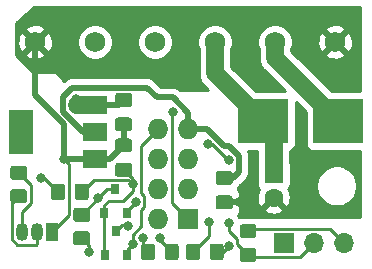
<source format=gtl>
%TF.GenerationSoftware,KiCad,Pcbnew,(5.1.5)-3*%
%TF.CreationDate,2021-10-08T15:08:23+02:00*%
%TF.ProjectId,esp01-ws2812b-breakout,65737030-312d-4777-9332-383132622d62,rev?*%
%TF.SameCoordinates,Original*%
%TF.FileFunction,Copper,L1,Top*%
%TF.FilePolarity,Positive*%
%FSLAX46Y46*%
G04 Gerber Fmt 4.6, Leading zero omitted, Abs format (unit mm)*
G04 Created by KiCad (PCBNEW (5.1.5)-3) date 2021-10-08 15:08:23*
%MOMM*%
%LPD*%
G04 APERTURE LIST*
%TA.AperFunction,ComponentPad*%
%ADD10R,1.727200X1.727200*%
%TD*%
%TA.AperFunction,ComponentPad*%
%ADD11O,1.727200X1.727200*%
%TD*%
%TA.AperFunction,ComponentPad*%
%ADD12C,1.727200*%
%TD*%
%TA.AperFunction,ComponentPad*%
%ADD13R,1.700000X1.700000*%
%TD*%
%TA.AperFunction,ComponentPad*%
%ADD14O,1.700000X1.700000*%
%TD*%
%TA.AperFunction,SMDPad,CuDef*%
%ADD15R,2.000000X3.800000*%
%TD*%
%TA.AperFunction,SMDPad,CuDef*%
%ADD16R,2.000000X1.500000*%
%TD*%
%TA.AperFunction,ComponentPad*%
%ADD17O,1.050000X1.500000*%
%TD*%
%TA.AperFunction,ComponentPad*%
%ADD18R,1.050000X1.500000*%
%TD*%
%TA.AperFunction,SMDPad,CuDef*%
%ADD19R,0.800000X0.900000*%
%TD*%
%TA.AperFunction,ComponentPad*%
%ADD20R,1.600000X1.600000*%
%TD*%
%TA.AperFunction,ComponentPad*%
%ADD21C,1.600000*%
%TD*%
%TA.AperFunction,SMDPad,CuDef*%
%ADD22C,0.100000*%
%TD*%
%TA.AperFunction,SMDPad,CuDef*%
%ADD23R,4.240000X3.810000*%
%TD*%
%TA.AperFunction,ViaPad*%
%ADD24C,0.800000*%
%TD*%
%TA.AperFunction,Conductor*%
%ADD25C,1.500000*%
%TD*%
%TA.AperFunction,Conductor*%
%ADD26C,0.500000*%
%TD*%
%TA.AperFunction,Conductor*%
%ADD27C,0.250000*%
%TD*%
%TA.AperFunction,Conductor*%
%ADD28C,0.254000*%
%TD*%
G04 APERTURE END LIST*
D10*
%TO.P,U2,1*%
%TO.N,LED1_3V3*%
X167386000Y-98298000D03*
D11*
%TO.P,U2,2*%
%TO.N,GND*%
X164846000Y-98298000D03*
%TO.P,U2,3*%
%TO.N,+3V3*%
X167386000Y-95758000D03*
%TO.P,U2,4*%
%TO.N,DALLAS*%
X164846000Y-95758000D03*
%TO.P,U2,5*%
%TO.N,Net-(U2-Pad5)*%
X167386000Y-93218000D03*
%TO.P,U2,6*%
%TO.N,GPIO0*%
X164846000Y-93218000D03*
%TO.P,U2,7*%
%TO.N,+3V3*%
X167386000Y-90678000D03*
%TO.P,U2,8*%
%TO.N,LED2_3V3*%
X164846000Y-90678000D03*
%TD*%
D12*
%TO.P,J1,2*%
%TO.N,Net-(F1-Pad2)*%
X174752000Y-83312000D03*
%TO.P,J1,1*%
%TO.N,GND*%
X179832000Y-83312000D03*
%TD*%
%TO.P,J2,4*%
%TO.N,GND*%
X154432000Y-83312000D03*
%TO.P,J2,3*%
%TO.N,LED2_5V*%
X159512000Y-83312000D03*
%TO.P,J2,2*%
%TO.N,LED1_5V*%
X164592000Y-83312000D03*
%TO.P,J2,1*%
%TO.N,+5V*%
X169672000Y-83312000D03*
%TD*%
D13*
%TO.P,J3,1*%
%TO.N,GND*%
X175514000Y-100330000D03*
D14*
%TO.P,J3,2*%
%TO.N,GPIO0*%
X178054000Y-100330000D03*
%TO.P,J3,3*%
%TO.N,+3V3*%
X180594000Y-100330000D03*
%TD*%
D15*
%TO.P,U1,4*%
%TO.N,N/C*%
X153212000Y-90932000D03*
D16*
%TO.P,U1,2*%
%TO.N,+3V3*%
X159512000Y-90932000D03*
%TO.P,U1,3*%
%TO.N,+5V*%
X159512000Y-88632000D03*
%TO.P,U1,1*%
%TO.N,GND*%
X159512000Y-93232000D03*
%TD*%
D17*
%TO.P,U3,2*%
%TO.N,DALLAS*%
X154559000Y-99441000D03*
%TO.P,U3,3*%
%TO.N,+5V*%
X153289000Y-99441000D03*
D18*
%TO.P,U3,1*%
%TO.N,GND*%
X155829000Y-99441000D03*
%TD*%
D19*
%TO.P,Q1,1*%
%TO.N,+3V3*%
X160279000Y-97790000D03*
%TO.P,Q1,3*%
%TO.N,LED1_3V3*%
X162179000Y-97790000D03*
%TO.P,Q1,2*%
%TO.N,LED1_5V*%
X161229000Y-95790000D03*
%TD*%
%TO.P,Q2,2*%
%TO.N,LED2_5V*%
X161290000Y-99314000D03*
%TO.P,Q2,3*%
%TO.N,LED2_3V3*%
X162240000Y-101314000D03*
%TO.P,Q2,1*%
%TO.N,+3V3*%
X160340000Y-101314000D03*
%TD*%
D20*
%TO.P,C1,1*%
%TO.N,+5V*%
X174625000Y-94488000D03*
D21*
%TO.P,C1,2*%
%TO.N,GND*%
X174625000Y-96488000D03*
%TD*%
%TA.AperFunction,SMDPad,CuDef*%
D22*
%TO.P,C2,1*%
%TO.N,+5V*%
G36*
X162424504Y-87635704D02*
G01*
X162448773Y-87639304D01*
X162472571Y-87645265D01*
X162495671Y-87653530D01*
X162517849Y-87664020D01*
X162538893Y-87676633D01*
X162558598Y-87691247D01*
X162576777Y-87707723D01*
X162593253Y-87725902D01*
X162607867Y-87745607D01*
X162620480Y-87766651D01*
X162630970Y-87788829D01*
X162639235Y-87811929D01*
X162645196Y-87835727D01*
X162648796Y-87859996D01*
X162650000Y-87884500D01*
X162650000Y-88559500D01*
X162648796Y-88584004D01*
X162645196Y-88608273D01*
X162639235Y-88632071D01*
X162630970Y-88655171D01*
X162620480Y-88677349D01*
X162607867Y-88698393D01*
X162593253Y-88718098D01*
X162576777Y-88736277D01*
X162558598Y-88752753D01*
X162538893Y-88767367D01*
X162517849Y-88779980D01*
X162495671Y-88790470D01*
X162472571Y-88798735D01*
X162448773Y-88804696D01*
X162424504Y-88808296D01*
X162400000Y-88809500D01*
X161450000Y-88809500D01*
X161425496Y-88808296D01*
X161401227Y-88804696D01*
X161377429Y-88798735D01*
X161354329Y-88790470D01*
X161332151Y-88779980D01*
X161311107Y-88767367D01*
X161291402Y-88752753D01*
X161273223Y-88736277D01*
X161256747Y-88718098D01*
X161242133Y-88698393D01*
X161229520Y-88677349D01*
X161219030Y-88655171D01*
X161210765Y-88632071D01*
X161204804Y-88608273D01*
X161201204Y-88584004D01*
X161200000Y-88559500D01*
X161200000Y-87884500D01*
X161201204Y-87859996D01*
X161204804Y-87835727D01*
X161210765Y-87811929D01*
X161219030Y-87788829D01*
X161229520Y-87766651D01*
X161242133Y-87745607D01*
X161256747Y-87725902D01*
X161273223Y-87707723D01*
X161291402Y-87691247D01*
X161311107Y-87676633D01*
X161332151Y-87664020D01*
X161354329Y-87653530D01*
X161377429Y-87645265D01*
X161401227Y-87639304D01*
X161425496Y-87635704D01*
X161450000Y-87634500D01*
X162400000Y-87634500D01*
X162424504Y-87635704D01*
G37*
%TD.AperFunction*%
%TA.AperFunction,SMDPad,CuDef*%
%TO.P,C2,2*%
%TO.N,GND*%
G36*
X162424504Y-89710704D02*
G01*
X162448773Y-89714304D01*
X162472571Y-89720265D01*
X162495671Y-89728530D01*
X162517849Y-89739020D01*
X162538893Y-89751633D01*
X162558598Y-89766247D01*
X162576777Y-89782723D01*
X162593253Y-89800902D01*
X162607867Y-89820607D01*
X162620480Y-89841651D01*
X162630970Y-89863829D01*
X162639235Y-89886929D01*
X162645196Y-89910727D01*
X162648796Y-89934996D01*
X162650000Y-89959500D01*
X162650000Y-90634500D01*
X162648796Y-90659004D01*
X162645196Y-90683273D01*
X162639235Y-90707071D01*
X162630970Y-90730171D01*
X162620480Y-90752349D01*
X162607867Y-90773393D01*
X162593253Y-90793098D01*
X162576777Y-90811277D01*
X162558598Y-90827753D01*
X162538893Y-90842367D01*
X162517849Y-90854980D01*
X162495671Y-90865470D01*
X162472571Y-90873735D01*
X162448773Y-90879696D01*
X162424504Y-90883296D01*
X162400000Y-90884500D01*
X161450000Y-90884500D01*
X161425496Y-90883296D01*
X161401227Y-90879696D01*
X161377429Y-90873735D01*
X161354329Y-90865470D01*
X161332151Y-90854980D01*
X161311107Y-90842367D01*
X161291402Y-90827753D01*
X161273223Y-90811277D01*
X161256747Y-90793098D01*
X161242133Y-90773393D01*
X161229520Y-90752349D01*
X161219030Y-90730171D01*
X161210765Y-90707071D01*
X161204804Y-90683273D01*
X161201204Y-90659004D01*
X161200000Y-90634500D01*
X161200000Y-89959500D01*
X161201204Y-89934996D01*
X161204804Y-89910727D01*
X161210765Y-89886929D01*
X161219030Y-89863829D01*
X161229520Y-89841651D01*
X161242133Y-89820607D01*
X161256747Y-89800902D01*
X161273223Y-89782723D01*
X161291402Y-89766247D01*
X161311107Y-89751633D01*
X161332151Y-89739020D01*
X161354329Y-89728530D01*
X161377429Y-89720265D01*
X161401227Y-89714304D01*
X161425496Y-89710704D01*
X161450000Y-89709500D01*
X162400000Y-89709500D01*
X162424504Y-89710704D01*
G37*
%TD.AperFunction*%
%TD*%
%TA.AperFunction,SMDPad,CuDef*%
%TO.P,C3,1*%
%TO.N,+3V3*%
G36*
X162424504Y-93563704D02*
G01*
X162448773Y-93567304D01*
X162472571Y-93573265D01*
X162495671Y-93581530D01*
X162517849Y-93592020D01*
X162538893Y-93604633D01*
X162558598Y-93619247D01*
X162576777Y-93635723D01*
X162593253Y-93653902D01*
X162607867Y-93673607D01*
X162620480Y-93694651D01*
X162630970Y-93716829D01*
X162639235Y-93739929D01*
X162645196Y-93763727D01*
X162648796Y-93787996D01*
X162650000Y-93812500D01*
X162650000Y-94487500D01*
X162648796Y-94512004D01*
X162645196Y-94536273D01*
X162639235Y-94560071D01*
X162630970Y-94583171D01*
X162620480Y-94605349D01*
X162607867Y-94626393D01*
X162593253Y-94646098D01*
X162576777Y-94664277D01*
X162558598Y-94680753D01*
X162538893Y-94695367D01*
X162517849Y-94707980D01*
X162495671Y-94718470D01*
X162472571Y-94726735D01*
X162448773Y-94732696D01*
X162424504Y-94736296D01*
X162400000Y-94737500D01*
X161450000Y-94737500D01*
X161425496Y-94736296D01*
X161401227Y-94732696D01*
X161377429Y-94726735D01*
X161354329Y-94718470D01*
X161332151Y-94707980D01*
X161311107Y-94695367D01*
X161291402Y-94680753D01*
X161273223Y-94664277D01*
X161256747Y-94646098D01*
X161242133Y-94626393D01*
X161229520Y-94605349D01*
X161219030Y-94583171D01*
X161210765Y-94560071D01*
X161204804Y-94536273D01*
X161201204Y-94512004D01*
X161200000Y-94487500D01*
X161200000Y-93812500D01*
X161201204Y-93787996D01*
X161204804Y-93763727D01*
X161210765Y-93739929D01*
X161219030Y-93716829D01*
X161229520Y-93694651D01*
X161242133Y-93673607D01*
X161256747Y-93653902D01*
X161273223Y-93635723D01*
X161291402Y-93619247D01*
X161311107Y-93604633D01*
X161332151Y-93592020D01*
X161354329Y-93581530D01*
X161377429Y-93573265D01*
X161401227Y-93567304D01*
X161425496Y-93563704D01*
X161450000Y-93562500D01*
X162400000Y-93562500D01*
X162424504Y-93563704D01*
G37*
%TD.AperFunction*%
%TA.AperFunction,SMDPad,CuDef*%
%TO.P,C3,2*%
%TO.N,GND*%
G36*
X162424504Y-91488704D02*
G01*
X162448773Y-91492304D01*
X162472571Y-91498265D01*
X162495671Y-91506530D01*
X162517849Y-91517020D01*
X162538893Y-91529633D01*
X162558598Y-91544247D01*
X162576777Y-91560723D01*
X162593253Y-91578902D01*
X162607867Y-91598607D01*
X162620480Y-91619651D01*
X162630970Y-91641829D01*
X162639235Y-91664929D01*
X162645196Y-91688727D01*
X162648796Y-91712996D01*
X162650000Y-91737500D01*
X162650000Y-92412500D01*
X162648796Y-92437004D01*
X162645196Y-92461273D01*
X162639235Y-92485071D01*
X162630970Y-92508171D01*
X162620480Y-92530349D01*
X162607867Y-92551393D01*
X162593253Y-92571098D01*
X162576777Y-92589277D01*
X162558598Y-92605753D01*
X162538893Y-92620367D01*
X162517849Y-92632980D01*
X162495671Y-92643470D01*
X162472571Y-92651735D01*
X162448773Y-92657696D01*
X162424504Y-92661296D01*
X162400000Y-92662500D01*
X161450000Y-92662500D01*
X161425496Y-92661296D01*
X161401227Y-92657696D01*
X161377429Y-92651735D01*
X161354329Y-92643470D01*
X161332151Y-92632980D01*
X161311107Y-92620367D01*
X161291402Y-92605753D01*
X161273223Y-92589277D01*
X161256747Y-92571098D01*
X161242133Y-92551393D01*
X161229520Y-92530349D01*
X161219030Y-92508171D01*
X161210765Y-92485071D01*
X161204804Y-92461273D01*
X161201204Y-92437004D01*
X161200000Y-92412500D01*
X161200000Y-91737500D01*
X161201204Y-91712996D01*
X161204804Y-91688727D01*
X161210765Y-91664929D01*
X161219030Y-91641829D01*
X161229520Y-91619651D01*
X161242133Y-91598607D01*
X161256747Y-91578902D01*
X161273223Y-91560723D01*
X161291402Y-91544247D01*
X161311107Y-91529633D01*
X161332151Y-91517020D01*
X161354329Y-91506530D01*
X161377429Y-91498265D01*
X161401227Y-91492304D01*
X161425496Y-91488704D01*
X161450000Y-91487500D01*
X162400000Y-91487500D01*
X162424504Y-91488704D01*
G37*
%TD.AperFunction*%
%TD*%
%TA.AperFunction,SMDPad,CuDef*%
%TO.P,C4,2*%
%TO.N,+3V3*%
G36*
X170933504Y-94239704D02*
G01*
X170957773Y-94243304D01*
X170981571Y-94249265D01*
X171004671Y-94257530D01*
X171026849Y-94268020D01*
X171047893Y-94280633D01*
X171067598Y-94295247D01*
X171085777Y-94311723D01*
X171102253Y-94329902D01*
X171116867Y-94349607D01*
X171129480Y-94370651D01*
X171139970Y-94392829D01*
X171148235Y-94415929D01*
X171154196Y-94439727D01*
X171157796Y-94463996D01*
X171159000Y-94488500D01*
X171159000Y-95163500D01*
X171157796Y-95188004D01*
X171154196Y-95212273D01*
X171148235Y-95236071D01*
X171139970Y-95259171D01*
X171129480Y-95281349D01*
X171116867Y-95302393D01*
X171102253Y-95322098D01*
X171085777Y-95340277D01*
X171067598Y-95356753D01*
X171047893Y-95371367D01*
X171026849Y-95383980D01*
X171004671Y-95394470D01*
X170981571Y-95402735D01*
X170957773Y-95408696D01*
X170933504Y-95412296D01*
X170909000Y-95413500D01*
X169959000Y-95413500D01*
X169934496Y-95412296D01*
X169910227Y-95408696D01*
X169886429Y-95402735D01*
X169863329Y-95394470D01*
X169841151Y-95383980D01*
X169820107Y-95371367D01*
X169800402Y-95356753D01*
X169782223Y-95340277D01*
X169765747Y-95322098D01*
X169751133Y-95302393D01*
X169738520Y-95281349D01*
X169728030Y-95259171D01*
X169719765Y-95236071D01*
X169713804Y-95212273D01*
X169710204Y-95188004D01*
X169709000Y-95163500D01*
X169709000Y-94488500D01*
X169710204Y-94463996D01*
X169713804Y-94439727D01*
X169719765Y-94415929D01*
X169728030Y-94392829D01*
X169738520Y-94370651D01*
X169751133Y-94349607D01*
X169765747Y-94329902D01*
X169782223Y-94311723D01*
X169800402Y-94295247D01*
X169820107Y-94280633D01*
X169841151Y-94268020D01*
X169863329Y-94257530D01*
X169886429Y-94249265D01*
X169910227Y-94243304D01*
X169934496Y-94239704D01*
X169959000Y-94238500D01*
X170909000Y-94238500D01*
X170933504Y-94239704D01*
G37*
%TD.AperFunction*%
%TA.AperFunction,SMDPad,CuDef*%
%TO.P,C4,1*%
%TO.N,GND*%
G36*
X170933504Y-96314704D02*
G01*
X170957773Y-96318304D01*
X170981571Y-96324265D01*
X171004671Y-96332530D01*
X171026849Y-96343020D01*
X171047893Y-96355633D01*
X171067598Y-96370247D01*
X171085777Y-96386723D01*
X171102253Y-96404902D01*
X171116867Y-96424607D01*
X171129480Y-96445651D01*
X171139970Y-96467829D01*
X171148235Y-96490929D01*
X171154196Y-96514727D01*
X171157796Y-96538996D01*
X171159000Y-96563500D01*
X171159000Y-97238500D01*
X171157796Y-97263004D01*
X171154196Y-97287273D01*
X171148235Y-97311071D01*
X171139970Y-97334171D01*
X171129480Y-97356349D01*
X171116867Y-97377393D01*
X171102253Y-97397098D01*
X171085777Y-97415277D01*
X171067598Y-97431753D01*
X171047893Y-97446367D01*
X171026849Y-97458980D01*
X171004671Y-97469470D01*
X170981571Y-97477735D01*
X170957773Y-97483696D01*
X170933504Y-97487296D01*
X170909000Y-97488500D01*
X169959000Y-97488500D01*
X169934496Y-97487296D01*
X169910227Y-97483696D01*
X169886429Y-97477735D01*
X169863329Y-97469470D01*
X169841151Y-97458980D01*
X169820107Y-97446367D01*
X169800402Y-97431753D01*
X169782223Y-97415277D01*
X169765747Y-97397098D01*
X169751133Y-97377393D01*
X169738520Y-97356349D01*
X169728030Y-97334171D01*
X169719765Y-97311071D01*
X169713804Y-97287273D01*
X169710204Y-97263004D01*
X169709000Y-97238500D01*
X169709000Y-96563500D01*
X169710204Y-96538996D01*
X169713804Y-96514727D01*
X169719765Y-96490929D01*
X169728030Y-96467829D01*
X169738520Y-96445651D01*
X169751133Y-96424607D01*
X169765747Y-96404902D01*
X169782223Y-96386723D01*
X169800402Y-96370247D01*
X169820107Y-96355633D01*
X169841151Y-96343020D01*
X169863329Y-96332530D01*
X169886429Y-96324265D01*
X169910227Y-96318304D01*
X169934496Y-96314704D01*
X169959000Y-96313500D01*
X170909000Y-96313500D01*
X170933504Y-96314704D01*
G37*
%TD.AperFunction*%
%TD*%
D23*
%TO.P,F1,1*%
%TO.N,+5V*%
X173736000Y-90043000D03*
%TO.P,F1,2*%
%TO.N,Net-(F1-Pad2)*%
X180116000Y-90043000D03*
%TD*%
%TA.AperFunction,SMDPad,CuDef*%
D22*
%TO.P,R1,1*%
%TO.N,+3V3*%
G36*
X158743505Y-95313204D02*
G01*
X158767773Y-95316804D01*
X158791572Y-95322765D01*
X158814671Y-95331030D01*
X158836850Y-95341520D01*
X158857893Y-95354132D01*
X158877599Y-95368747D01*
X158895777Y-95385223D01*
X158912253Y-95403401D01*
X158926868Y-95423107D01*
X158939480Y-95444150D01*
X158949970Y-95466329D01*
X158958235Y-95489428D01*
X158964196Y-95513227D01*
X158967796Y-95537495D01*
X158969000Y-95561999D01*
X158969000Y-96462001D01*
X158967796Y-96486505D01*
X158964196Y-96510773D01*
X158958235Y-96534572D01*
X158949970Y-96557671D01*
X158939480Y-96579850D01*
X158926868Y-96600893D01*
X158912253Y-96620599D01*
X158895777Y-96638777D01*
X158877599Y-96655253D01*
X158857893Y-96669868D01*
X158836850Y-96682480D01*
X158814671Y-96692970D01*
X158791572Y-96701235D01*
X158767773Y-96707196D01*
X158743505Y-96710796D01*
X158719001Y-96712000D01*
X158018999Y-96712000D01*
X157994495Y-96710796D01*
X157970227Y-96707196D01*
X157946428Y-96701235D01*
X157923329Y-96692970D01*
X157901150Y-96682480D01*
X157880107Y-96669868D01*
X157860401Y-96655253D01*
X157842223Y-96638777D01*
X157825747Y-96620599D01*
X157811132Y-96600893D01*
X157798520Y-96579850D01*
X157788030Y-96557671D01*
X157779765Y-96534572D01*
X157773804Y-96510773D01*
X157770204Y-96486505D01*
X157769000Y-96462001D01*
X157769000Y-95561999D01*
X157770204Y-95537495D01*
X157773804Y-95513227D01*
X157779765Y-95489428D01*
X157788030Y-95466329D01*
X157798520Y-95444150D01*
X157811132Y-95423107D01*
X157825747Y-95403401D01*
X157842223Y-95385223D01*
X157860401Y-95368747D01*
X157880107Y-95354132D01*
X157901150Y-95341520D01*
X157923329Y-95331030D01*
X157946428Y-95322765D01*
X157970227Y-95316804D01*
X157994495Y-95313204D01*
X158018999Y-95312000D01*
X158719001Y-95312000D01*
X158743505Y-95313204D01*
G37*
%TD.AperFunction*%
%TA.AperFunction,SMDPad,CuDef*%
%TO.P,R1,2*%
%TO.N,LED1_3V3*%
G36*
X156743505Y-95313204D02*
G01*
X156767773Y-95316804D01*
X156791572Y-95322765D01*
X156814671Y-95331030D01*
X156836850Y-95341520D01*
X156857893Y-95354132D01*
X156877599Y-95368747D01*
X156895777Y-95385223D01*
X156912253Y-95403401D01*
X156926868Y-95423107D01*
X156939480Y-95444150D01*
X156949970Y-95466329D01*
X156958235Y-95489428D01*
X156964196Y-95513227D01*
X156967796Y-95537495D01*
X156969000Y-95561999D01*
X156969000Y-96462001D01*
X156967796Y-96486505D01*
X156964196Y-96510773D01*
X156958235Y-96534572D01*
X156949970Y-96557671D01*
X156939480Y-96579850D01*
X156926868Y-96600893D01*
X156912253Y-96620599D01*
X156895777Y-96638777D01*
X156877599Y-96655253D01*
X156857893Y-96669868D01*
X156836850Y-96682480D01*
X156814671Y-96692970D01*
X156791572Y-96701235D01*
X156767773Y-96707196D01*
X156743505Y-96710796D01*
X156719001Y-96712000D01*
X156018999Y-96712000D01*
X155994495Y-96710796D01*
X155970227Y-96707196D01*
X155946428Y-96701235D01*
X155923329Y-96692970D01*
X155901150Y-96682480D01*
X155880107Y-96669868D01*
X155860401Y-96655253D01*
X155842223Y-96638777D01*
X155825747Y-96620599D01*
X155811132Y-96600893D01*
X155798520Y-96579850D01*
X155788030Y-96557671D01*
X155779765Y-96534572D01*
X155773804Y-96510773D01*
X155770204Y-96486505D01*
X155769000Y-96462001D01*
X155769000Y-95561999D01*
X155770204Y-95537495D01*
X155773804Y-95513227D01*
X155779765Y-95489428D01*
X155788030Y-95466329D01*
X155798520Y-95444150D01*
X155811132Y-95423107D01*
X155825747Y-95403401D01*
X155842223Y-95385223D01*
X155860401Y-95368747D01*
X155880107Y-95354132D01*
X155901150Y-95341520D01*
X155923329Y-95331030D01*
X155946428Y-95322765D01*
X155970227Y-95316804D01*
X155994495Y-95313204D01*
X156018999Y-95312000D01*
X156719001Y-95312000D01*
X156743505Y-95313204D01*
G37*
%TD.AperFunction*%
%TD*%
%TA.AperFunction,SMDPad,CuDef*%
%TO.P,R2,2*%
%TO.N,LED1_5V*%
G36*
X158843505Y-97350204D02*
G01*
X158867773Y-97353804D01*
X158891572Y-97359765D01*
X158914671Y-97368030D01*
X158936850Y-97378520D01*
X158957893Y-97391132D01*
X158977599Y-97405747D01*
X158995777Y-97422223D01*
X159012253Y-97440401D01*
X159026868Y-97460107D01*
X159039480Y-97481150D01*
X159049970Y-97503329D01*
X159058235Y-97526428D01*
X159064196Y-97550227D01*
X159067796Y-97574495D01*
X159069000Y-97598999D01*
X159069000Y-98299001D01*
X159067796Y-98323505D01*
X159064196Y-98347773D01*
X159058235Y-98371572D01*
X159049970Y-98394671D01*
X159039480Y-98416850D01*
X159026868Y-98437893D01*
X159012253Y-98457599D01*
X158995777Y-98475777D01*
X158977599Y-98492253D01*
X158957893Y-98506868D01*
X158936850Y-98519480D01*
X158914671Y-98529970D01*
X158891572Y-98538235D01*
X158867773Y-98544196D01*
X158843505Y-98547796D01*
X158819001Y-98549000D01*
X157918999Y-98549000D01*
X157894495Y-98547796D01*
X157870227Y-98544196D01*
X157846428Y-98538235D01*
X157823329Y-98529970D01*
X157801150Y-98519480D01*
X157780107Y-98506868D01*
X157760401Y-98492253D01*
X157742223Y-98475777D01*
X157725747Y-98457599D01*
X157711132Y-98437893D01*
X157698520Y-98416850D01*
X157688030Y-98394671D01*
X157679765Y-98371572D01*
X157673804Y-98347773D01*
X157670204Y-98323505D01*
X157669000Y-98299001D01*
X157669000Y-97598999D01*
X157670204Y-97574495D01*
X157673804Y-97550227D01*
X157679765Y-97526428D01*
X157688030Y-97503329D01*
X157698520Y-97481150D01*
X157711132Y-97460107D01*
X157725747Y-97440401D01*
X157742223Y-97422223D01*
X157760401Y-97405747D01*
X157780107Y-97391132D01*
X157801150Y-97378520D01*
X157823329Y-97368030D01*
X157846428Y-97359765D01*
X157870227Y-97353804D01*
X157894495Y-97350204D01*
X157918999Y-97349000D01*
X158819001Y-97349000D01*
X158843505Y-97350204D01*
G37*
%TD.AperFunction*%
%TA.AperFunction,SMDPad,CuDef*%
%TO.P,R2,1*%
%TO.N,+5V*%
G36*
X158843505Y-99350204D02*
G01*
X158867773Y-99353804D01*
X158891572Y-99359765D01*
X158914671Y-99368030D01*
X158936850Y-99378520D01*
X158957893Y-99391132D01*
X158977599Y-99405747D01*
X158995777Y-99422223D01*
X159012253Y-99440401D01*
X159026868Y-99460107D01*
X159039480Y-99481150D01*
X159049970Y-99503329D01*
X159058235Y-99526428D01*
X159064196Y-99550227D01*
X159067796Y-99574495D01*
X159069000Y-99598999D01*
X159069000Y-100299001D01*
X159067796Y-100323505D01*
X159064196Y-100347773D01*
X159058235Y-100371572D01*
X159049970Y-100394671D01*
X159039480Y-100416850D01*
X159026868Y-100437893D01*
X159012253Y-100457599D01*
X158995777Y-100475777D01*
X158977599Y-100492253D01*
X158957893Y-100506868D01*
X158936850Y-100519480D01*
X158914671Y-100529970D01*
X158891572Y-100538235D01*
X158867773Y-100544196D01*
X158843505Y-100547796D01*
X158819001Y-100549000D01*
X157918999Y-100549000D01*
X157894495Y-100547796D01*
X157870227Y-100544196D01*
X157846428Y-100538235D01*
X157823329Y-100529970D01*
X157801150Y-100519480D01*
X157780107Y-100506868D01*
X157760401Y-100492253D01*
X157742223Y-100475777D01*
X157725747Y-100457599D01*
X157711132Y-100437893D01*
X157698520Y-100416850D01*
X157688030Y-100394671D01*
X157679765Y-100371572D01*
X157673804Y-100347773D01*
X157670204Y-100323505D01*
X157669000Y-100299001D01*
X157669000Y-99598999D01*
X157670204Y-99574495D01*
X157673804Y-99550227D01*
X157679765Y-99526428D01*
X157688030Y-99503329D01*
X157698520Y-99481150D01*
X157711132Y-99460107D01*
X157725747Y-99440401D01*
X157742223Y-99422223D01*
X157760401Y-99405747D01*
X157780107Y-99391132D01*
X157801150Y-99378520D01*
X157823329Y-99368030D01*
X157846428Y-99359765D01*
X157870227Y-99353804D01*
X157894495Y-99350204D01*
X157918999Y-99349000D01*
X158819001Y-99349000D01*
X158843505Y-99350204D01*
G37*
%TD.AperFunction*%
%TD*%
%TA.AperFunction,SMDPad,CuDef*%
%TO.P,R3,2*%
%TO.N,LED2_3V3*%
G36*
X170173505Y-100393204D02*
G01*
X170197773Y-100396804D01*
X170221572Y-100402765D01*
X170244671Y-100411030D01*
X170266850Y-100421520D01*
X170287893Y-100434132D01*
X170307599Y-100448747D01*
X170325777Y-100465223D01*
X170342253Y-100483401D01*
X170356868Y-100503107D01*
X170369480Y-100524150D01*
X170379970Y-100546329D01*
X170388235Y-100569428D01*
X170394196Y-100593227D01*
X170397796Y-100617495D01*
X170399000Y-100641999D01*
X170399000Y-101542001D01*
X170397796Y-101566505D01*
X170394196Y-101590773D01*
X170388235Y-101614572D01*
X170379970Y-101637671D01*
X170369480Y-101659850D01*
X170356868Y-101680893D01*
X170342253Y-101700599D01*
X170325777Y-101718777D01*
X170307599Y-101735253D01*
X170287893Y-101749868D01*
X170266850Y-101762480D01*
X170244671Y-101772970D01*
X170221572Y-101781235D01*
X170197773Y-101787196D01*
X170173505Y-101790796D01*
X170149001Y-101792000D01*
X169448999Y-101792000D01*
X169424495Y-101790796D01*
X169400227Y-101787196D01*
X169376428Y-101781235D01*
X169353329Y-101772970D01*
X169331150Y-101762480D01*
X169310107Y-101749868D01*
X169290401Y-101735253D01*
X169272223Y-101718777D01*
X169255747Y-101700599D01*
X169241132Y-101680893D01*
X169228520Y-101659850D01*
X169218030Y-101637671D01*
X169209765Y-101614572D01*
X169203804Y-101590773D01*
X169200204Y-101566505D01*
X169199000Y-101542001D01*
X169199000Y-100641999D01*
X169200204Y-100617495D01*
X169203804Y-100593227D01*
X169209765Y-100569428D01*
X169218030Y-100546329D01*
X169228520Y-100524150D01*
X169241132Y-100503107D01*
X169255747Y-100483401D01*
X169272223Y-100465223D01*
X169290401Y-100448747D01*
X169310107Y-100434132D01*
X169331150Y-100421520D01*
X169353329Y-100411030D01*
X169376428Y-100402765D01*
X169400227Y-100396804D01*
X169424495Y-100393204D01*
X169448999Y-100392000D01*
X170149001Y-100392000D01*
X170173505Y-100393204D01*
G37*
%TD.AperFunction*%
%TA.AperFunction,SMDPad,CuDef*%
%TO.P,R3,1*%
%TO.N,+3V3*%
G36*
X168173505Y-100393204D02*
G01*
X168197773Y-100396804D01*
X168221572Y-100402765D01*
X168244671Y-100411030D01*
X168266850Y-100421520D01*
X168287893Y-100434132D01*
X168307599Y-100448747D01*
X168325777Y-100465223D01*
X168342253Y-100483401D01*
X168356868Y-100503107D01*
X168369480Y-100524150D01*
X168379970Y-100546329D01*
X168388235Y-100569428D01*
X168394196Y-100593227D01*
X168397796Y-100617495D01*
X168399000Y-100641999D01*
X168399000Y-101542001D01*
X168397796Y-101566505D01*
X168394196Y-101590773D01*
X168388235Y-101614572D01*
X168379970Y-101637671D01*
X168369480Y-101659850D01*
X168356868Y-101680893D01*
X168342253Y-101700599D01*
X168325777Y-101718777D01*
X168307599Y-101735253D01*
X168287893Y-101749868D01*
X168266850Y-101762480D01*
X168244671Y-101772970D01*
X168221572Y-101781235D01*
X168197773Y-101787196D01*
X168173505Y-101790796D01*
X168149001Y-101792000D01*
X167448999Y-101792000D01*
X167424495Y-101790796D01*
X167400227Y-101787196D01*
X167376428Y-101781235D01*
X167353329Y-101772970D01*
X167331150Y-101762480D01*
X167310107Y-101749868D01*
X167290401Y-101735253D01*
X167272223Y-101718777D01*
X167255747Y-101700599D01*
X167241132Y-101680893D01*
X167228520Y-101659850D01*
X167218030Y-101637671D01*
X167209765Y-101614572D01*
X167203804Y-101590773D01*
X167200204Y-101566505D01*
X167199000Y-101542001D01*
X167199000Y-100641999D01*
X167200204Y-100617495D01*
X167203804Y-100593227D01*
X167209765Y-100569428D01*
X167218030Y-100546329D01*
X167228520Y-100524150D01*
X167241132Y-100503107D01*
X167255747Y-100483401D01*
X167272223Y-100465223D01*
X167290401Y-100448747D01*
X167310107Y-100434132D01*
X167331150Y-100421520D01*
X167353329Y-100411030D01*
X167376428Y-100402765D01*
X167400227Y-100396804D01*
X167424495Y-100393204D01*
X167448999Y-100392000D01*
X168149001Y-100392000D01*
X168173505Y-100393204D01*
G37*
%TD.AperFunction*%
%TD*%
%TA.AperFunction,SMDPad,CuDef*%
%TO.P,R4,1*%
%TO.N,+5V*%
G36*
X164363505Y-100393204D02*
G01*
X164387773Y-100396804D01*
X164411572Y-100402765D01*
X164434671Y-100411030D01*
X164456850Y-100421520D01*
X164477893Y-100434132D01*
X164497599Y-100448747D01*
X164515777Y-100465223D01*
X164532253Y-100483401D01*
X164546868Y-100503107D01*
X164559480Y-100524150D01*
X164569970Y-100546329D01*
X164578235Y-100569428D01*
X164584196Y-100593227D01*
X164587796Y-100617495D01*
X164589000Y-100641999D01*
X164589000Y-101542001D01*
X164587796Y-101566505D01*
X164584196Y-101590773D01*
X164578235Y-101614572D01*
X164569970Y-101637671D01*
X164559480Y-101659850D01*
X164546868Y-101680893D01*
X164532253Y-101700599D01*
X164515777Y-101718777D01*
X164497599Y-101735253D01*
X164477893Y-101749868D01*
X164456850Y-101762480D01*
X164434671Y-101772970D01*
X164411572Y-101781235D01*
X164387773Y-101787196D01*
X164363505Y-101790796D01*
X164339001Y-101792000D01*
X163638999Y-101792000D01*
X163614495Y-101790796D01*
X163590227Y-101787196D01*
X163566428Y-101781235D01*
X163543329Y-101772970D01*
X163521150Y-101762480D01*
X163500107Y-101749868D01*
X163480401Y-101735253D01*
X163462223Y-101718777D01*
X163445747Y-101700599D01*
X163431132Y-101680893D01*
X163418520Y-101659850D01*
X163408030Y-101637671D01*
X163399765Y-101614572D01*
X163393804Y-101590773D01*
X163390204Y-101566505D01*
X163389000Y-101542001D01*
X163389000Y-100641999D01*
X163390204Y-100617495D01*
X163393804Y-100593227D01*
X163399765Y-100569428D01*
X163408030Y-100546329D01*
X163418520Y-100524150D01*
X163431132Y-100503107D01*
X163445747Y-100483401D01*
X163462223Y-100465223D01*
X163480401Y-100448747D01*
X163500107Y-100434132D01*
X163521150Y-100421520D01*
X163543329Y-100411030D01*
X163566428Y-100402765D01*
X163590227Y-100396804D01*
X163614495Y-100393204D01*
X163638999Y-100392000D01*
X164339001Y-100392000D01*
X164363505Y-100393204D01*
G37*
%TD.AperFunction*%
%TA.AperFunction,SMDPad,CuDef*%
%TO.P,R4,2*%
%TO.N,LED2_5V*%
G36*
X166363505Y-100393204D02*
G01*
X166387773Y-100396804D01*
X166411572Y-100402765D01*
X166434671Y-100411030D01*
X166456850Y-100421520D01*
X166477893Y-100434132D01*
X166497599Y-100448747D01*
X166515777Y-100465223D01*
X166532253Y-100483401D01*
X166546868Y-100503107D01*
X166559480Y-100524150D01*
X166569970Y-100546329D01*
X166578235Y-100569428D01*
X166584196Y-100593227D01*
X166587796Y-100617495D01*
X166589000Y-100641999D01*
X166589000Y-101542001D01*
X166587796Y-101566505D01*
X166584196Y-101590773D01*
X166578235Y-101614572D01*
X166569970Y-101637671D01*
X166559480Y-101659850D01*
X166546868Y-101680893D01*
X166532253Y-101700599D01*
X166515777Y-101718777D01*
X166497599Y-101735253D01*
X166477893Y-101749868D01*
X166456850Y-101762480D01*
X166434671Y-101772970D01*
X166411572Y-101781235D01*
X166387773Y-101787196D01*
X166363505Y-101790796D01*
X166339001Y-101792000D01*
X165638999Y-101792000D01*
X165614495Y-101790796D01*
X165590227Y-101787196D01*
X165566428Y-101781235D01*
X165543329Y-101772970D01*
X165521150Y-101762480D01*
X165500107Y-101749868D01*
X165480401Y-101735253D01*
X165462223Y-101718777D01*
X165445747Y-101700599D01*
X165431132Y-101680893D01*
X165418520Y-101659850D01*
X165408030Y-101637671D01*
X165399765Y-101614572D01*
X165393804Y-101590773D01*
X165390204Y-101566505D01*
X165389000Y-101542001D01*
X165389000Y-100641999D01*
X165390204Y-100617495D01*
X165393804Y-100593227D01*
X165399765Y-100569428D01*
X165408030Y-100546329D01*
X165418520Y-100524150D01*
X165431132Y-100503107D01*
X165445747Y-100483401D01*
X165462223Y-100465223D01*
X165480401Y-100448747D01*
X165500107Y-100434132D01*
X165521150Y-100421520D01*
X165543329Y-100411030D01*
X165566428Y-100402765D01*
X165590227Y-100396804D01*
X165614495Y-100393204D01*
X165638999Y-100392000D01*
X166339001Y-100392000D01*
X166363505Y-100393204D01*
G37*
%TD.AperFunction*%
%TD*%
%TA.AperFunction,SMDPad,CuDef*%
%TO.P,R5,1*%
%TO.N,GPIO0*%
G36*
X172940505Y-100747204D02*
G01*
X172964773Y-100750804D01*
X172988572Y-100756765D01*
X173011671Y-100765030D01*
X173033850Y-100775520D01*
X173054893Y-100788132D01*
X173074599Y-100802747D01*
X173092777Y-100819223D01*
X173109253Y-100837401D01*
X173123868Y-100857107D01*
X173136480Y-100878150D01*
X173146970Y-100900329D01*
X173155235Y-100923428D01*
X173161196Y-100947227D01*
X173164796Y-100971495D01*
X173166000Y-100995999D01*
X173166000Y-101696001D01*
X173164796Y-101720505D01*
X173161196Y-101744773D01*
X173155235Y-101768572D01*
X173146970Y-101791671D01*
X173136480Y-101813850D01*
X173123868Y-101834893D01*
X173109253Y-101854599D01*
X173092777Y-101872777D01*
X173074599Y-101889253D01*
X173054893Y-101903868D01*
X173033850Y-101916480D01*
X173011671Y-101926970D01*
X172988572Y-101935235D01*
X172964773Y-101941196D01*
X172940505Y-101944796D01*
X172916001Y-101946000D01*
X172015999Y-101946000D01*
X171991495Y-101944796D01*
X171967227Y-101941196D01*
X171943428Y-101935235D01*
X171920329Y-101926970D01*
X171898150Y-101916480D01*
X171877107Y-101903868D01*
X171857401Y-101889253D01*
X171839223Y-101872777D01*
X171822747Y-101854599D01*
X171808132Y-101834893D01*
X171795520Y-101813850D01*
X171785030Y-101791671D01*
X171776765Y-101768572D01*
X171770804Y-101744773D01*
X171767204Y-101720505D01*
X171766000Y-101696001D01*
X171766000Y-100995999D01*
X171767204Y-100971495D01*
X171770804Y-100947227D01*
X171776765Y-100923428D01*
X171785030Y-100900329D01*
X171795520Y-100878150D01*
X171808132Y-100857107D01*
X171822747Y-100837401D01*
X171839223Y-100819223D01*
X171857401Y-100802747D01*
X171877107Y-100788132D01*
X171898150Y-100775520D01*
X171920329Y-100765030D01*
X171943428Y-100756765D01*
X171967227Y-100750804D01*
X171991495Y-100747204D01*
X172015999Y-100746000D01*
X172916001Y-100746000D01*
X172940505Y-100747204D01*
G37*
%TD.AperFunction*%
%TA.AperFunction,SMDPad,CuDef*%
%TO.P,R5,2*%
%TO.N,+3V3*%
G36*
X172940505Y-98747204D02*
G01*
X172964773Y-98750804D01*
X172988572Y-98756765D01*
X173011671Y-98765030D01*
X173033850Y-98775520D01*
X173054893Y-98788132D01*
X173074599Y-98802747D01*
X173092777Y-98819223D01*
X173109253Y-98837401D01*
X173123868Y-98857107D01*
X173136480Y-98878150D01*
X173146970Y-98900329D01*
X173155235Y-98923428D01*
X173161196Y-98947227D01*
X173164796Y-98971495D01*
X173166000Y-98995999D01*
X173166000Y-99696001D01*
X173164796Y-99720505D01*
X173161196Y-99744773D01*
X173155235Y-99768572D01*
X173146970Y-99791671D01*
X173136480Y-99813850D01*
X173123868Y-99834893D01*
X173109253Y-99854599D01*
X173092777Y-99872777D01*
X173074599Y-99889253D01*
X173054893Y-99903868D01*
X173033850Y-99916480D01*
X173011671Y-99926970D01*
X172988572Y-99935235D01*
X172964773Y-99941196D01*
X172940505Y-99944796D01*
X172916001Y-99946000D01*
X172015999Y-99946000D01*
X171991495Y-99944796D01*
X171967227Y-99941196D01*
X171943428Y-99935235D01*
X171920329Y-99926970D01*
X171898150Y-99916480D01*
X171877107Y-99903868D01*
X171857401Y-99889253D01*
X171839223Y-99872777D01*
X171822747Y-99854599D01*
X171808132Y-99834893D01*
X171795520Y-99813850D01*
X171785030Y-99791671D01*
X171776765Y-99768572D01*
X171770804Y-99744773D01*
X171767204Y-99720505D01*
X171766000Y-99696001D01*
X171766000Y-98995999D01*
X171767204Y-98971495D01*
X171770804Y-98947227D01*
X171776765Y-98923428D01*
X171785030Y-98900329D01*
X171795520Y-98878150D01*
X171808132Y-98857107D01*
X171822747Y-98837401D01*
X171839223Y-98819223D01*
X171857401Y-98802747D01*
X171877107Y-98788132D01*
X171898150Y-98775520D01*
X171920329Y-98765030D01*
X171943428Y-98756765D01*
X171967227Y-98750804D01*
X171991495Y-98747204D01*
X172015999Y-98746000D01*
X172916001Y-98746000D01*
X172940505Y-98747204D01*
G37*
%TD.AperFunction*%
%TD*%
%TA.AperFunction,SMDPad,CuDef*%
%TO.P,R6,2*%
%TO.N,DALLAS*%
G36*
X153509505Y-95778204D02*
G01*
X153533773Y-95781804D01*
X153557572Y-95787765D01*
X153580671Y-95796030D01*
X153602850Y-95806520D01*
X153623893Y-95819132D01*
X153643599Y-95833747D01*
X153661777Y-95850223D01*
X153678253Y-95868401D01*
X153692868Y-95888107D01*
X153705480Y-95909150D01*
X153715970Y-95931329D01*
X153724235Y-95954428D01*
X153730196Y-95978227D01*
X153733796Y-96002495D01*
X153735000Y-96026999D01*
X153735000Y-96727001D01*
X153733796Y-96751505D01*
X153730196Y-96775773D01*
X153724235Y-96799572D01*
X153715970Y-96822671D01*
X153705480Y-96844850D01*
X153692868Y-96865893D01*
X153678253Y-96885599D01*
X153661777Y-96903777D01*
X153643599Y-96920253D01*
X153623893Y-96934868D01*
X153602850Y-96947480D01*
X153580671Y-96957970D01*
X153557572Y-96966235D01*
X153533773Y-96972196D01*
X153509505Y-96975796D01*
X153485001Y-96977000D01*
X152584999Y-96977000D01*
X152560495Y-96975796D01*
X152536227Y-96972196D01*
X152512428Y-96966235D01*
X152489329Y-96957970D01*
X152467150Y-96947480D01*
X152446107Y-96934868D01*
X152426401Y-96920253D01*
X152408223Y-96903777D01*
X152391747Y-96885599D01*
X152377132Y-96865893D01*
X152364520Y-96844850D01*
X152354030Y-96822671D01*
X152345765Y-96799572D01*
X152339804Y-96775773D01*
X152336204Y-96751505D01*
X152335000Y-96727001D01*
X152335000Y-96026999D01*
X152336204Y-96002495D01*
X152339804Y-95978227D01*
X152345765Y-95954428D01*
X152354030Y-95931329D01*
X152364520Y-95909150D01*
X152377132Y-95888107D01*
X152391747Y-95868401D01*
X152408223Y-95850223D01*
X152426401Y-95833747D01*
X152446107Y-95819132D01*
X152467150Y-95806520D01*
X152489329Y-95796030D01*
X152512428Y-95787765D01*
X152536227Y-95781804D01*
X152560495Y-95778204D01*
X152584999Y-95777000D01*
X153485001Y-95777000D01*
X153509505Y-95778204D01*
G37*
%TD.AperFunction*%
%TA.AperFunction,SMDPad,CuDef*%
%TO.P,R6,1*%
%TO.N,+5V*%
G36*
X153509505Y-93778204D02*
G01*
X153533773Y-93781804D01*
X153557572Y-93787765D01*
X153580671Y-93796030D01*
X153602850Y-93806520D01*
X153623893Y-93819132D01*
X153643599Y-93833747D01*
X153661777Y-93850223D01*
X153678253Y-93868401D01*
X153692868Y-93888107D01*
X153705480Y-93909150D01*
X153715970Y-93931329D01*
X153724235Y-93954428D01*
X153730196Y-93978227D01*
X153733796Y-94002495D01*
X153735000Y-94026999D01*
X153735000Y-94727001D01*
X153733796Y-94751505D01*
X153730196Y-94775773D01*
X153724235Y-94799572D01*
X153715970Y-94822671D01*
X153705480Y-94844850D01*
X153692868Y-94865893D01*
X153678253Y-94885599D01*
X153661777Y-94903777D01*
X153643599Y-94920253D01*
X153623893Y-94934868D01*
X153602850Y-94947480D01*
X153580671Y-94957970D01*
X153557572Y-94966235D01*
X153533773Y-94972196D01*
X153509505Y-94975796D01*
X153485001Y-94977000D01*
X152584999Y-94977000D01*
X152560495Y-94975796D01*
X152536227Y-94972196D01*
X152512428Y-94966235D01*
X152489329Y-94957970D01*
X152467150Y-94947480D01*
X152446107Y-94934868D01*
X152426401Y-94920253D01*
X152408223Y-94903777D01*
X152391747Y-94885599D01*
X152377132Y-94865893D01*
X152364520Y-94844850D01*
X152354030Y-94822671D01*
X152345765Y-94799572D01*
X152339804Y-94775773D01*
X152336204Y-94751505D01*
X152335000Y-94727001D01*
X152335000Y-94026999D01*
X152336204Y-94002495D01*
X152339804Y-93978227D01*
X152345765Y-93954428D01*
X152354030Y-93931329D01*
X152364520Y-93909150D01*
X152377132Y-93888107D01*
X152391747Y-93868401D01*
X152408223Y-93850223D01*
X152426401Y-93833747D01*
X152446107Y-93819132D01*
X152467150Y-93806520D01*
X152489329Y-93796030D01*
X152512428Y-93787765D01*
X152536227Y-93781804D01*
X152560495Y-93778204D01*
X152584999Y-93777000D01*
X153485001Y-93777000D01*
X153509505Y-93778204D01*
G37*
%TD.AperFunction*%
%TD*%
D24*
%TO.N,+5V*%
X157861000Y-89027000D03*
X157861000Y-88138000D03*
X159004000Y-101092000D03*
X163576000Y-99949000D03*
%TO.N,GND*%
X156845000Y-93218000D03*
X176911000Y-89535000D03*
X176911000Y-90424000D03*
X179832000Y-87122000D03*
X180721000Y-87122000D03*
X171704000Y-96901000D03*
%TO.N,+3V3*%
X169164000Y-98552000D03*
X162687000Y-95377000D03*
%TO.N,LED1_5V*%
X159766000Y-96520000D03*
%TO.N,LED2_5V*%
X162306000Y-98933000D03*
X164973000Y-99949000D03*
%TO.N,LED1_3V3*%
X166116000Y-89281000D03*
X162941000Y-96901000D03*
X154940000Y-94869000D03*
%TO.N,LED2_3V3*%
X162687000Y-100457000D03*
X170815000Y-100584000D03*
%TO.N,GPIO0*%
X170815000Y-93345000D03*
X170815000Y-98679000D03*
X169037000Y-91948000D03*
%TD*%
D25*
%TO.N,+5V*%
X169672000Y-85979000D02*
X173736000Y-90043000D01*
X169672000Y-83312000D02*
X169672000Y-85979000D01*
X174625000Y-90932000D02*
X173736000Y-90043000D01*
X174625000Y-94488000D02*
X174625000Y-90932000D01*
D26*
X161968000Y-88265000D02*
X161925000Y-88222000D01*
D27*
X154060010Y-95402010D02*
X153035000Y-94377000D01*
X154060010Y-96965180D02*
X154060010Y-95402010D01*
X153289000Y-97736190D02*
X154060010Y-96965180D01*
X153289000Y-99441000D02*
X153289000Y-97736190D01*
X163576000Y-100679000D02*
X163989000Y-101092000D01*
X163576000Y-99949000D02*
X163576000Y-100679000D01*
X159004000Y-100584000D02*
X158369000Y-99949000D01*
X159004000Y-101092000D02*
X159004000Y-100584000D01*
D26*
X159498000Y-88646000D02*
X159512000Y-88632000D01*
D25*
X159512000Y-88632000D02*
X158002000Y-88632000D01*
D27*
X153035000Y-94545685D02*
X153035000Y-94377000D01*
D26*
X161515000Y-88632000D02*
X161925000Y-88222000D01*
X159512000Y-88632000D02*
X161515000Y-88632000D01*
%TO.N,GND*%
X161925000Y-90297000D02*
X161925000Y-92075000D01*
X160768000Y-93232000D02*
X159512000Y-93232000D01*
X161925000Y-92075000D02*
X160768000Y-93232000D01*
X170434000Y-96901000D02*
X171704000Y-96901000D01*
X156859000Y-93232000D02*
X156845000Y-93218000D01*
X159512000Y-93232000D02*
X156859000Y-93232000D01*
X154432000Y-87845964D02*
X154432000Y-83312000D01*
X156845000Y-90258964D02*
X154432000Y-87845964D01*
X156845000Y-93218000D02*
X156845000Y-90258964D01*
D27*
X157294010Y-97975990D02*
X155829000Y-99441000D01*
X157294010Y-93667010D02*
X157294010Y-97975990D01*
X156845000Y-93218000D02*
X157294010Y-93667010D01*
%TO.N,+3V3*%
X167799000Y-101092000D02*
X167799000Y-100933000D01*
X179418999Y-99154999D02*
X180594000Y-100330000D01*
X172657001Y-99154999D02*
X179418999Y-99154999D01*
X172466000Y-99346000D02*
X172657001Y-99154999D01*
X169164000Y-98680410D02*
X169099795Y-98616205D01*
X162687000Y-94912000D02*
X161925000Y-94150000D01*
X162687000Y-95377000D02*
X162687000Y-94912000D01*
X160279000Y-97160000D02*
X160279000Y-97790000D01*
X160274000Y-97155000D02*
X160279000Y-97160000D01*
X161855685Y-96774000D02*
X160655000Y-96774000D01*
X162687000Y-95942685D02*
X161855685Y-96774000D01*
X160655000Y-96774000D02*
X160274000Y-97155000D01*
X162687000Y-95377000D02*
X162687000Y-95942685D01*
X169164000Y-99727000D02*
X169164000Y-98552000D01*
X167799000Y-101092000D02*
X169164000Y-99727000D01*
X160279000Y-101253000D02*
X160340000Y-101314000D01*
X160279000Y-97790000D02*
X160279000Y-101253000D01*
X159403999Y-94977001D02*
X158369000Y-96012000D01*
X162287001Y-94977001D02*
X159403999Y-94977001D01*
X162687000Y-95377000D02*
X162287001Y-94977001D01*
D26*
X171159000Y-94826000D02*
X170434000Y-94826000D01*
X171665001Y-94319999D02*
X171159000Y-94826000D01*
X171665001Y-92936999D02*
X171665001Y-94319999D01*
X170815000Y-92086998D02*
X171665001Y-92936999D01*
X170434000Y-92086998D02*
X170815000Y-92086998D01*
X169025002Y-90678000D02*
X170434000Y-92086998D01*
X167386000Y-90678000D02*
X169025002Y-90678000D01*
X159512000Y-90932000D02*
X159251998Y-90932000D01*
X158507998Y-90932000D02*
X159512000Y-90932000D01*
X156801990Y-89225992D02*
X158507998Y-90932000D01*
X156801990Y-87939008D02*
X156801990Y-89225992D01*
X157556508Y-87184490D02*
X156801990Y-87939008D01*
X163892490Y-87184490D02*
X157556508Y-87184490D01*
X166104002Y-88011000D02*
X164719000Y-88011000D01*
X164719000Y-88011000D02*
X163892490Y-87184490D01*
X167386000Y-89292998D02*
X166104002Y-88011000D01*
X167386000Y-90678000D02*
X167386000Y-89292998D01*
D27*
%TO.N,LED1_5V*%
X160496000Y-95790000D02*
X161229000Y-95790000D01*
X159766000Y-96520000D02*
X160496000Y-95790000D01*
X159766000Y-96552000D02*
X158369000Y-97949000D01*
X159766000Y-96520000D02*
X159766000Y-96552000D01*
%TO.N,LED2_5V*%
X162179000Y-99060000D02*
X162306000Y-98933000D01*
X161798000Y-98806000D02*
X161290000Y-99314000D01*
X162306000Y-98806000D02*
X161798000Y-98806000D01*
X164973000Y-100076000D02*
X165989000Y-101092000D01*
X164973000Y-99949000D02*
X164973000Y-100076000D01*
%TO.N,LED1_3V3*%
X162179000Y-97663000D02*
X162941000Y-96901000D01*
X162179000Y-97790000D02*
X162179000Y-97663000D01*
X166034601Y-89362399D02*
X166116000Y-89281000D01*
X166034601Y-96946601D02*
X166034601Y-89362399D01*
X167386000Y-98298000D02*
X166034601Y-96946601D01*
X155226000Y-94869000D02*
X156369000Y-96012000D01*
X154940000Y-94869000D02*
X155226000Y-94869000D01*
%TO.N,LED2_3V3*%
X169412190Y-101092000D02*
X169799000Y-101092000D01*
X170307000Y-101092000D02*
X170815000Y-100584000D01*
X169799000Y-101092000D02*
X170307000Y-101092000D01*
X164846000Y-90678000D02*
X163412001Y-92111999D01*
X163412001Y-96083131D02*
X163412001Y-92111999D01*
X163666001Y-96337131D02*
X163412001Y-96083131D01*
X163666001Y-97249001D02*
X163666001Y-96337131D01*
X163412001Y-97503001D02*
X163666001Y-97249001D01*
X162240000Y-101314000D02*
X162240000Y-101158000D01*
X163412001Y-98900001D02*
X163412001Y-97503001D01*
X162687000Y-99625002D02*
X162687000Y-100457000D01*
X163412001Y-98900001D02*
X162687000Y-99625002D01*
X162240000Y-100904000D02*
X162687000Y-100457000D01*
X162240000Y-101314000D02*
X162240000Y-100904000D01*
%TO.N,GPIO0*%
X176878999Y-101505001D02*
X178054000Y-100330000D01*
X172625001Y-101505001D02*
X176878999Y-101505001D01*
X172466000Y-101346000D02*
X172625001Y-101505001D01*
X172466000Y-101161998D02*
X172466000Y-101346000D01*
X169418000Y-91948000D02*
X170688000Y-93218000D01*
X169037000Y-91948000D02*
X169418000Y-91948000D01*
X170815000Y-99308190D02*
X170815000Y-98679000D01*
X171540001Y-100033191D02*
X170815000Y-99308190D01*
X171540001Y-100420001D02*
X171540001Y-100033191D01*
X172466000Y-101346000D02*
X171540001Y-100420001D01*
%TO.N,DALLAS*%
X154559000Y-100441000D02*
X154559000Y-99441000D01*
X154483990Y-100516010D02*
X154559000Y-100441000D01*
X152936915Y-100516010D02*
X154483990Y-100516010D01*
X152438990Y-100018085D02*
X152936915Y-100516010D01*
X152438990Y-96973010D02*
X152438990Y-100018085D01*
X153035000Y-96377000D02*
X152438990Y-96973010D01*
D25*
%TO.N,Net-(F1-Pad2)*%
X174752000Y-84679000D02*
X180116000Y-90043000D01*
X174752000Y-83312000D02*
X174752000Y-84679000D01*
%TD*%
D28*
%TO.N,GND*%
G36*
X177357928Y-89243614D02*
G01*
X177357928Y-91948000D01*
X177370188Y-92072482D01*
X177406498Y-92192180D01*
X177465463Y-92302494D01*
X177544815Y-92399185D01*
X177641506Y-92478537D01*
X177751820Y-92537502D01*
X177871518Y-92573812D01*
X177996000Y-92586072D01*
X181966001Y-92586072D01*
X181966001Y-98171000D01*
X173240924Y-98171000D01*
X173089255Y-98124992D01*
X172916001Y-98107928D01*
X172015999Y-98107928D01*
X171842745Y-98124992D01*
X171715416Y-98163617D01*
X171618937Y-98019226D01*
X171577000Y-97977289D01*
X171577000Y-97966919D01*
X171610185Y-97939685D01*
X171689537Y-97842994D01*
X171748502Y-97732680D01*
X171784812Y-97612982D01*
X171797072Y-97488500D01*
X171796993Y-97480702D01*
X173811903Y-97480702D01*
X173883486Y-97724671D01*
X174138996Y-97845571D01*
X174413184Y-97914300D01*
X174695512Y-97928217D01*
X174975130Y-97886787D01*
X175241292Y-97791603D01*
X175366514Y-97724671D01*
X175438097Y-97480702D01*
X174625000Y-96667605D01*
X173811903Y-97480702D01*
X171796993Y-97480702D01*
X171794000Y-97186750D01*
X171635250Y-97028000D01*
X171577000Y-97028000D01*
X171577000Y-96774000D01*
X171635250Y-96774000D01*
X171794000Y-96615250D01*
X171797072Y-96313500D01*
X171784812Y-96189018D01*
X171748502Y-96069320D01*
X171689537Y-95959006D01*
X171610185Y-95862315D01*
X171577000Y-95835081D01*
X171577000Y-95742675D01*
X171647405Y-95656886D01*
X171729472Y-95503350D01*
X171729735Y-95502484D01*
X171787817Y-95454817D01*
X171815534Y-95421044D01*
X172260045Y-94976533D01*
X172293818Y-94948816D01*
X172404412Y-94814058D01*
X172486590Y-94660312D01*
X172537196Y-94493489D01*
X172550001Y-94363476D01*
X172550001Y-94363466D01*
X172554282Y-94320000D01*
X172550001Y-94276534D01*
X172550001Y-92980468D01*
X172554282Y-92936999D01*
X172550001Y-92893530D01*
X172550001Y-92893522D01*
X172537196Y-92763509D01*
X172531136Y-92743530D01*
X172510589Y-92675798D01*
X172486590Y-92596686D01*
X172480917Y-92586072D01*
X173240001Y-92586072D01*
X173240000Y-93435397D01*
X173235498Y-93443820D01*
X173199188Y-93563518D01*
X173186928Y-93688000D01*
X173186928Y-95288000D01*
X173199188Y-95412482D01*
X173235498Y-95532180D01*
X173294463Y-95642494D01*
X173373815Y-95739185D01*
X173386758Y-95749807D01*
X173267429Y-96001996D01*
X173198700Y-96276184D01*
X173184783Y-96558512D01*
X173226213Y-96838130D01*
X173321397Y-97104292D01*
X173388329Y-97229514D01*
X173632298Y-97301097D01*
X174445395Y-96488000D01*
X174431253Y-96473858D01*
X174610858Y-96294253D01*
X174625000Y-96308395D01*
X174639143Y-96294253D01*
X174818748Y-96473858D01*
X174804605Y-96488000D01*
X175617702Y-97301097D01*
X175861671Y-97229514D01*
X175982571Y-96974004D01*
X176051300Y-96699816D01*
X176065217Y-96417488D01*
X176023787Y-96137870D01*
X175928603Y-95871708D01*
X175863384Y-95749691D01*
X175876185Y-95739185D01*
X175955537Y-95642494D01*
X176014502Y-95532180D01*
X176050812Y-95412482D01*
X176058628Y-95333117D01*
X178224000Y-95333117D01*
X178224000Y-95674883D01*
X178290675Y-96010081D01*
X178421463Y-96325831D01*
X178611337Y-96609998D01*
X178853002Y-96851663D01*
X179137169Y-97041537D01*
X179452919Y-97172325D01*
X179788117Y-97239000D01*
X180129883Y-97239000D01*
X180465081Y-97172325D01*
X180780831Y-97041537D01*
X181064998Y-96851663D01*
X181306663Y-96609998D01*
X181496537Y-96325831D01*
X181627325Y-96010081D01*
X181694000Y-95674883D01*
X181694000Y-95333117D01*
X181627325Y-94997919D01*
X181496537Y-94682169D01*
X181306663Y-94398002D01*
X181064998Y-94156337D01*
X180780831Y-93966463D01*
X180465081Y-93835675D01*
X180129883Y-93769000D01*
X179788117Y-93769000D01*
X179452919Y-93835675D01*
X179137169Y-93966463D01*
X178853002Y-94156337D01*
X178611337Y-94398002D01*
X178421463Y-94682169D01*
X178290675Y-94997919D01*
X178224000Y-95333117D01*
X176058628Y-95333117D01*
X176063072Y-95288000D01*
X176063072Y-93688000D01*
X176050812Y-93563518D01*
X176014502Y-93443820D01*
X176010000Y-93435397D01*
X176010000Y-92564858D01*
X176100180Y-92537502D01*
X176210494Y-92478537D01*
X176307185Y-92399185D01*
X176386537Y-92302494D01*
X176445502Y-92192180D01*
X176481812Y-92072482D01*
X176494072Y-91948000D01*
X176494072Y-88379758D01*
X177357928Y-89243614D01*
G37*
X177357928Y-89243614D02*
X177357928Y-91948000D01*
X177370188Y-92072482D01*
X177406498Y-92192180D01*
X177465463Y-92302494D01*
X177544815Y-92399185D01*
X177641506Y-92478537D01*
X177751820Y-92537502D01*
X177871518Y-92573812D01*
X177996000Y-92586072D01*
X181966001Y-92586072D01*
X181966001Y-98171000D01*
X173240924Y-98171000D01*
X173089255Y-98124992D01*
X172916001Y-98107928D01*
X172015999Y-98107928D01*
X171842745Y-98124992D01*
X171715416Y-98163617D01*
X171618937Y-98019226D01*
X171577000Y-97977289D01*
X171577000Y-97966919D01*
X171610185Y-97939685D01*
X171689537Y-97842994D01*
X171748502Y-97732680D01*
X171784812Y-97612982D01*
X171797072Y-97488500D01*
X171796993Y-97480702D01*
X173811903Y-97480702D01*
X173883486Y-97724671D01*
X174138996Y-97845571D01*
X174413184Y-97914300D01*
X174695512Y-97928217D01*
X174975130Y-97886787D01*
X175241292Y-97791603D01*
X175366514Y-97724671D01*
X175438097Y-97480702D01*
X174625000Y-96667605D01*
X173811903Y-97480702D01*
X171796993Y-97480702D01*
X171794000Y-97186750D01*
X171635250Y-97028000D01*
X171577000Y-97028000D01*
X171577000Y-96774000D01*
X171635250Y-96774000D01*
X171794000Y-96615250D01*
X171797072Y-96313500D01*
X171784812Y-96189018D01*
X171748502Y-96069320D01*
X171689537Y-95959006D01*
X171610185Y-95862315D01*
X171577000Y-95835081D01*
X171577000Y-95742675D01*
X171647405Y-95656886D01*
X171729472Y-95503350D01*
X171729735Y-95502484D01*
X171787817Y-95454817D01*
X171815534Y-95421044D01*
X172260045Y-94976533D01*
X172293818Y-94948816D01*
X172404412Y-94814058D01*
X172486590Y-94660312D01*
X172537196Y-94493489D01*
X172550001Y-94363476D01*
X172550001Y-94363466D01*
X172554282Y-94320000D01*
X172550001Y-94276534D01*
X172550001Y-92980468D01*
X172554282Y-92936999D01*
X172550001Y-92893530D01*
X172550001Y-92893522D01*
X172537196Y-92763509D01*
X172531136Y-92743530D01*
X172510589Y-92675798D01*
X172486590Y-92596686D01*
X172480917Y-92586072D01*
X173240001Y-92586072D01*
X173240000Y-93435397D01*
X173235498Y-93443820D01*
X173199188Y-93563518D01*
X173186928Y-93688000D01*
X173186928Y-95288000D01*
X173199188Y-95412482D01*
X173235498Y-95532180D01*
X173294463Y-95642494D01*
X173373815Y-95739185D01*
X173386758Y-95749807D01*
X173267429Y-96001996D01*
X173198700Y-96276184D01*
X173184783Y-96558512D01*
X173226213Y-96838130D01*
X173321397Y-97104292D01*
X173388329Y-97229514D01*
X173632298Y-97301097D01*
X174445395Y-96488000D01*
X174431253Y-96473858D01*
X174610858Y-96294253D01*
X174625000Y-96308395D01*
X174639143Y-96294253D01*
X174818748Y-96473858D01*
X174804605Y-96488000D01*
X175617702Y-97301097D01*
X175861671Y-97229514D01*
X175982571Y-96974004D01*
X176051300Y-96699816D01*
X176065217Y-96417488D01*
X176023787Y-96137870D01*
X175928603Y-95871708D01*
X175863384Y-95749691D01*
X175876185Y-95739185D01*
X175955537Y-95642494D01*
X176014502Y-95532180D01*
X176050812Y-95412482D01*
X176058628Y-95333117D01*
X178224000Y-95333117D01*
X178224000Y-95674883D01*
X178290675Y-96010081D01*
X178421463Y-96325831D01*
X178611337Y-96609998D01*
X178853002Y-96851663D01*
X179137169Y-97041537D01*
X179452919Y-97172325D01*
X179788117Y-97239000D01*
X180129883Y-97239000D01*
X180465081Y-97172325D01*
X180780831Y-97041537D01*
X181064998Y-96851663D01*
X181306663Y-96609998D01*
X181496537Y-96325831D01*
X181627325Y-96010081D01*
X181694000Y-95674883D01*
X181694000Y-95333117D01*
X181627325Y-94997919D01*
X181496537Y-94682169D01*
X181306663Y-94398002D01*
X181064998Y-94156337D01*
X180780831Y-93966463D01*
X180465081Y-93835675D01*
X180129883Y-93769000D01*
X179788117Y-93769000D01*
X179452919Y-93835675D01*
X179137169Y-93966463D01*
X178853002Y-94156337D01*
X178611337Y-94398002D01*
X178421463Y-94682169D01*
X178290675Y-94997919D01*
X178224000Y-95333117D01*
X176058628Y-95333117D01*
X176063072Y-95288000D01*
X176063072Y-93688000D01*
X176050812Y-93563518D01*
X176014502Y-93443820D01*
X176010000Y-93435397D01*
X176010000Y-92564858D01*
X176100180Y-92537502D01*
X176210494Y-92478537D01*
X176307185Y-92399185D01*
X176386537Y-92302494D01*
X176445502Y-92192180D01*
X176481812Y-92072482D01*
X176494072Y-91948000D01*
X176494072Y-88379758D01*
X177357928Y-89243614D01*
G36*
X181966000Y-87499928D02*
G01*
X179531614Y-87499928D01*
X176381790Y-84350104D01*
X178973501Y-84350104D01*
X179052782Y-84600567D01*
X179319141Y-84727826D01*
X179605210Y-84800675D01*
X179899993Y-84816315D01*
X180192164Y-84774145D01*
X180470493Y-84675786D01*
X180611218Y-84600567D01*
X180690499Y-84350104D01*
X179832000Y-83491605D01*
X178973501Y-84350104D01*
X176381790Y-84350104D01*
X176137000Y-84105315D01*
X176137000Y-83884345D01*
X176193010Y-83749125D01*
X176250600Y-83459599D01*
X176250600Y-83379993D01*
X178327685Y-83379993D01*
X178369855Y-83672164D01*
X178468214Y-83950493D01*
X178543433Y-84091218D01*
X178793896Y-84170499D01*
X179652395Y-83312000D01*
X180011605Y-83312000D01*
X180870104Y-84170499D01*
X181120567Y-84091218D01*
X181247826Y-83824859D01*
X181320675Y-83538790D01*
X181336315Y-83244007D01*
X181294145Y-82951836D01*
X181195786Y-82673507D01*
X181120567Y-82532782D01*
X180870104Y-82453501D01*
X180011605Y-83312000D01*
X179652395Y-83312000D01*
X178793896Y-82453501D01*
X178543433Y-82532782D01*
X178416174Y-82799141D01*
X178343325Y-83085210D01*
X178327685Y-83379993D01*
X176250600Y-83379993D01*
X176250600Y-83164401D01*
X176193010Y-82874875D01*
X176080042Y-82602147D01*
X175916039Y-82356698D01*
X175833237Y-82273896D01*
X178973501Y-82273896D01*
X179832000Y-83132395D01*
X180690499Y-82273896D01*
X180611218Y-82023433D01*
X180344859Y-81896174D01*
X180058790Y-81823325D01*
X179764007Y-81807685D01*
X179471836Y-81849855D01*
X179193507Y-81948214D01*
X179052782Y-82023433D01*
X178973501Y-82273896D01*
X175833237Y-82273896D01*
X175707302Y-82147961D01*
X175461853Y-81983958D01*
X175189125Y-81870990D01*
X174899599Y-81813400D01*
X174604401Y-81813400D01*
X174314875Y-81870990D01*
X174042147Y-81983958D01*
X173796698Y-82147961D01*
X173587961Y-82356698D01*
X173423958Y-82602147D01*
X173310990Y-82874875D01*
X173253400Y-83164401D01*
X173253400Y-83459599D01*
X173310990Y-83749125D01*
X173367000Y-83884345D01*
X173367000Y-84610971D01*
X173360300Y-84679000D01*
X173367000Y-84747029D01*
X173367000Y-84747037D01*
X173387040Y-84950507D01*
X173466236Y-85211581D01*
X173591761Y-85446420D01*
X173594844Y-85452188D01*
X173724548Y-85610233D01*
X173724551Y-85610236D01*
X173767920Y-85663081D01*
X173820764Y-85706449D01*
X175614243Y-87499928D01*
X173151614Y-87499928D01*
X171057000Y-85405315D01*
X171057000Y-83884345D01*
X171113010Y-83749125D01*
X171170600Y-83459599D01*
X171170600Y-83164401D01*
X171113010Y-82874875D01*
X171000042Y-82602147D01*
X170836039Y-82356698D01*
X170627302Y-82147961D01*
X170381853Y-81983958D01*
X170109125Y-81870990D01*
X169819599Y-81813400D01*
X169524401Y-81813400D01*
X169234875Y-81870990D01*
X168962147Y-81983958D01*
X168716698Y-82147961D01*
X168507961Y-82356698D01*
X168343958Y-82602147D01*
X168230990Y-82874875D01*
X168173400Y-83164401D01*
X168173400Y-83459599D01*
X168230990Y-83749125D01*
X168287000Y-83884345D01*
X168287001Y-85910961D01*
X168280300Y-85979000D01*
X168307040Y-86250507D01*
X168386236Y-86511580D01*
X168514844Y-86752188D01*
X168644548Y-86910233D01*
X168644551Y-86910236D01*
X168687920Y-86963081D01*
X168740764Y-87006449D01*
X169110315Y-87376000D01*
X166725285Y-87376000D01*
X166598061Y-87271589D01*
X166444315Y-87189411D01*
X166277492Y-87138805D01*
X166147479Y-87126000D01*
X166147471Y-87126000D01*
X166104002Y-87121719D01*
X166060533Y-87126000D01*
X165085579Y-87126000D01*
X164549024Y-86589446D01*
X164521307Y-86555673D01*
X164386549Y-86445079D01*
X164232803Y-86362901D01*
X164065980Y-86312295D01*
X163935967Y-86299490D01*
X163935959Y-86299490D01*
X163892490Y-86295209D01*
X163849021Y-86299490D01*
X157599977Y-86299490D01*
X157556508Y-86295209D01*
X157513039Y-86299490D01*
X157513031Y-86299490D01*
X157383018Y-86312295D01*
X157216194Y-86362901D01*
X157062449Y-86445079D01*
X156961461Y-86527958D01*
X156961459Y-86527960D01*
X156927691Y-86555673D01*
X156899978Y-86589441D01*
X156886513Y-86602907D01*
X156172803Y-85889197D01*
X156153557Y-85873403D01*
X156131601Y-85861667D01*
X156107776Y-85854440D01*
X156083000Y-85852000D01*
X154230606Y-85852000D01*
X152781000Y-84402394D01*
X152781000Y-84350104D01*
X153573501Y-84350104D01*
X153652782Y-84600567D01*
X153919141Y-84727826D01*
X154205210Y-84800675D01*
X154499993Y-84816315D01*
X154792164Y-84774145D01*
X155070493Y-84675786D01*
X155211218Y-84600567D01*
X155290499Y-84350104D01*
X154432000Y-83491605D01*
X153573501Y-84350104D01*
X152781000Y-84350104D01*
X152781000Y-83379993D01*
X152927685Y-83379993D01*
X152969855Y-83672164D01*
X153068214Y-83950493D01*
X153143433Y-84091218D01*
X153393896Y-84170499D01*
X154252395Y-83312000D01*
X154611605Y-83312000D01*
X155470104Y-84170499D01*
X155720567Y-84091218D01*
X155847826Y-83824859D01*
X155920675Y-83538790D01*
X155936315Y-83244007D01*
X155924826Y-83164401D01*
X158013400Y-83164401D01*
X158013400Y-83459599D01*
X158070990Y-83749125D01*
X158183958Y-84021853D01*
X158347961Y-84267302D01*
X158556698Y-84476039D01*
X158802147Y-84640042D01*
X159074875Y-84753010D01*
X159364401Y-84810600D01*
X159659599Y-84810600D01*
X159949125Y-84753010D01*
X160221853Y-84640042D01*
X160467302Y-84476039D01*
X160676039Y-84267302D01*
X160840042Y-84021853D01*
X160953010Y-83749125D01*
X161010600Y-83459599D01*
X161010600Y-83164401D01*
X163093400Y-83164401D01*
X163093400Y-83459599D01*
X163150990Y-83749125D01*
X163263958Y-84021853D01*
X163427961Y-84267302D01*
X163636698Y-84476039D01*
X163882147Y-84640042D01*
X164154875Y-84753010D01*
X164444401Y-84810600D01*
X164739599Y-84810600D01*
X165029125Y-84753010D01*
X165301853Y-84640042D01*
X165547302Y-84476039D01*
X165756039Y-84267302D01*
X165920042Y-84021853D01*
X166033010Y-83749125D01*
X166090600Y-83459599D01*
X166090600Y-83164401D01*
X166033010Y-82874875D01*
X165920042Y-82602147D01*
X165756039Y-82356698D01*
X165547302Y-82147961D01*
X165301853Y-81983958D01*
X165029125Y-81870990D01*
X164739599Y-81813400D01*
X164444401Y-81813400D01*
X164154875Y-81870990D01*
X163882147Y-81983958D01*
X163636698Y-82147961D01*
X163427961Y-82356698D01*
X163263958Y-82602147D01*
X163150990Y-82874875D01*
X163093400Y-83164401D01*
X161010600Y-83164401D01*
X160953010Y-82874875D01*
X160840042Y-82602147D01*
X160676039Y-82356698D01*
X160467302Y-82147961D01*
X160221853Y-81983958D01*
X159949125Y-81870990D01*
X159659599Y-81813400D01*
X159364401Y-81813400D01*
X159074875Y-81870990D01*
X158802147Y-81983958D01*
X158556698Y-82147961D01*
X158347961Y-82356698D01*
X158183958Y-82602147D01*
X158070990Y-82874875D01*
X158013400Y-83164401D01*
X155924826Y-83164401D01*
X155894145Y-82951836D01*
X155795786Y-82673507D01*
X155720567Y-82532782D01*
X155470104Y-82453501D01*
X154611605Y-83312000D01*
X154252395Y-83312000D01*
X153393896Y-82453501D01*
X153143433Y-82532782D01*
X153016174Y-82799141D01*
X152943325Y-83085210D01*
X152927685Y-83379993D01*
X152781000Y-83379993D01*
X152781000Y-82273896D01*
X153573501Y-82273896D01*
X154432000Y-83132395D01*
X155290499Y-82273896D01*
X155211218Y-82023433D01*
X154944859Y-81896174D01*
X154658790Y-81823325D01*
X154364007Y-81807685D01*
X154071836Y-81849855D01*
X153793507Y-81948214D01*
X153652782Y-82023433D01*
X153573501Y-82273896D01*
X152781000Y-82273896D01*
X152781000Y-81719903D01*
X154351521Y-80391000D01*
X181966000Y-80391000D01*
X181966000Y-87499928D01*
G37*
X181966000Y-87499928D02*
X179531614Y-87499928D01*
X176381790Y-84350104D01*
X178973501Y-84350104D01*
X179052782Y-84600567D01*
X179319141Y-84727826D01*
X179605210Y-84800675D01*
X179899993Y-84816315D01*
X180192164Y-84774145D01*
X180470493Y-84675786D01*
X180611218Y-84600567D01*
X180690499Y-84350104D01*
X179832000Y-83491605D01*
X178973501Y-84350104D01*
X176381790Y-84350104D01*
X176137000Y-84105315D01*
X176137000Y-83884345D01*
X176193010Y-83749125D01*
X176250600Y-83459599D01*
X176250600Y-83379993D01*
X178327685Y-83379993D01*
X178369855Y-83672164D01*
X178468214Y-83950493D01*
X178543433Y-84091218D01*
X178793896Y-84170499D01*
X179652395Y-83312000D01*
X180011605Y-83312000D01*
X180870104Y-84170499D01*
X181120567Y-84091218D01*
X181247826Y-83824859D01*
X181320675Y-83538790D01*
X181336315Y-83244007D01*
X181294145Y-82951836D01*
X181195786Y-82673507D01*
X181120567Y-82532782D01*
X180870104Y-82453501D01*
X180011605Y-83312000D01*
X179652395Y-83312000D01*
X178793896Y-82453501D01*
X178543433Y-82532782D01*
X178416174Y-82799141D01*
X178343325Y-83085210D01*
X178327685Y-83379993D01*
X176250600Y-83379993D01*
X176250600Y-83164401D01*
X176193010Y-82874875D01*
X176080042Y-82602147D01*
X175916039Y-82356698D01*
X175833237Y-82273896D01*
X178973501Y-82273896D01*
X179832000Y-83132395D01*
X180690499Y-82273896D01*
X180611218Y-82023433D01*
X180344859Y-81896174D01*
X180058790Y-81823325D01*
X179764007Y-81807685D01*
X179471836Y-81849855D01*
X179193507Y-81948214D01*
X179052782Y-82023433D01*
X178973501Y-82273896D01*
X175833237Y-82273896D01*
X175707302Y-82147961D01*
X175461853Y-81983958D01*
X175189125Y-81870990D01*
X174899599Y-81813400D01*
X174604401Y-81813400D01*
X174314875Y-81870990D01*
X174042147Y-81983958D01*
X173796698Y-82147961D01*
X173587961Y-82356698D01*
X173423958Y-82602147D01*
X173310990Y-82874875D01*
X173253400Y-83164401D01*
X173253400Y-83459599D01*
X173310990Y-83749125D01*
X173367000Y-83884345D01*
X173367000Y-84610971D01*
X173360300Y-84679000D01*
X173367000Y-84747029D01*
X173367000Y-84747037D01*
X173387040Y-84950507D01*
X173466236Y-85211581D01*
X173591761Y-85446420D01*
X173594844Y-85452188D01*
X173724548Y-85610233D01*
X173724551Y-85610236D01*
X173767920Y-85663081D01*
X173820764Y-85706449D01*
X175614243Y-87499928D01*
X173151614Y-87499928D01*
X171057000Y-85405315D01*
X171057000Y-83884345D01*
X171113010Y-83749125D01*
X171170600Y-83459599D01*
X171170600Y-83164401D01*
X171113010Y-82874875D01*
X171000042Y-82602147D01*
X170836039Y-82356698D01*
X170627302Y-82147961D01*
X170381853Y-81983958D01*
X170109125Y-81870990D01*
X169819599Y-81813400D01*
X169524401Y-81813400D01*
X169234875Y-81870990D01*
X168962147Y-81983958D01*
X168716698Y-82147961D01*
X168507961Y-82356698D01*
X168343958Y-82602147D01*
X168230990Y-82874875D01*
X168173400Y-83164401D01*
X168173400Y-83459599D01*
X168230990Y-83749125D01*
X168287000Y-83884345D01*
X168287001Y-85910961D01*
X168280300Y-85979000D01*
X168307040Y-86250507D01*
X168386236Y-86511580D01*
X168514844Y-86752188D01*
X168644548Y-86910233D01*
X168644551Y-86910236D01*
X168687920Y-86963081D01*
X168740764Y-87006449D01*
X169110315Y-87376000D01*
X166725285Y-87376000D01*
X166598061Y-87271589D01*
X166444315Y-87189411D01*
X166277492Y-87138805D01*
X166147479Y-87126000D01*
X166147471Y-87126000D01*
X166104002Y-87121719D01*
X166060533Y-87126000D01*
X165085579Y-87126000D01*
X164549024Y-86589446D01*
X164521307Y-86555673D01*
X164386549Y-86445079D01*
X164232803Y-86362901D01*
X164065980Y-86312295D01*
X163935967Y-86299490D01*
X163935959Y-86299490D01*
X163892490Y-86295209D01*
X163849021Y-86299490D01*
X157599977Y-86299490D01*
X157556508Y-86295209D01*
X157513039Y-86299490D01*
X157513031Y-86299490D01*
X157383018Y-86312295D01*
X157216194Y-86362901D01*
X157062449Y-86445079D01*
X156961461Y-86527958D01*
X156961459Y-86527960D01*
X156927691Y-86555673D01*
X156899978Y-86589441D01*
X156886513Y-86602907D01*
X156172803Y-85889197D01*
X156153557Y-85873403D01*
X156131601Y-85861667D01*
X156107776Y-85854440D01*
X156083000Y-85852000D01*
X154230606Y-85852000D01*
X152781000Y-84402394D01*
X152781000Y-84350104D01*
X153573501Y-84350104D01*
X153652782Y-84600567D01*
X153919141Y-84727826D01*
X154205210Y-84800675D01*
X154499993Y-84816315D01*
X154792164Y-84774145D01*
X155070493Y-84675786D01*
X155211218Y-84600567D01*
X155290499Y-84350104D01*
X154432000Y-83491605D01*
X153573501Y-84350104D01*
X152781000Y-84350104D01*
X152781000Y-83379993D01*
X152927685Y-83379993D01*
X152969855Y-83672164D01*
X153068214Y-83950493D01*
X153143433Y-84091218D01*
X153393896Y-84170499D01*
X154252395Y-83312000D01*
X154611605Y-83312000D01*
X155470104Y-84170499D01*
X155720567Y-84091218D01*
X155847826Y-83824859D01*
X155920675Y-83538790D01*
X155936315Y-83244007D01*
X155924826Y-83164401D01*
X158013400Y-83164401D01*
X158013400Y-83459599D01*
X158070990Y-83749125D01*
X158183958Y-84021853D01*
X158347961Y-84267302D01*
X158556698Y-84476039D01*
X158802147Y-84640042D01*
X159074875Y-84753010D01*
X159364401Y-84810600D01*
X159659599Y-84810600D01*
X159949125Y-84753010D01*
X160221853Y-84640042D01*
X160467302Y-84476039D01*
X160676039Y-84267302D01*
X160840042Y-84021853D01*
X160953010Y-83749125D01*
X161010600Y-83459599D01*
X161010600Y-83164401D01*
X163093400Y-83164401D01*
X163093400Y-83459599D01*
X163150990Y-83749125D01*
X163263958Y-84021853D01*
X163427961Y-84267302D01*
X163636698Y-84476039D01*
X163882147Y-84640042D01*
X164154875Y-84753010D01*
X164444401Y-84810600D01*
X164739599Y-84810600D01*
X165029125Y-84753010D01*
X165301853Y-84640042D01*
X165547302Y-84476039D01*
X165756039Y-84267302D01*
X165920042Y-84021853D01*
X166033010Y-83749125D01*
X166090600Y-83459599D01*
X166090600Y-83164401D01*
X166033010Y-82874875D01*
X165920042Y-82602147D01*
X165756039Y-82356698D01*
X165547302Y-82147961D01*
X165301853Y-81983958D01*
X165029125Y-81870990D01*
X164739599Y-81813400D01*
X164444401Y-81813400D01*
X164154875Y-81870990D01*
X163882147Y-81983958D01*
X163636698Y-82147961D01*
X163427961Y-82356698D01*
X163263958Y-82602147D01*
X163150990Y-82874875D01*
X163093400Y-83164401D01*
X161010600Y-83164401D01*
X160953010Y-82874875D01*
X160840042Y-82602147D01*
X160676039Y-82356698D01*
X160467302Y-82147961D01*
X160221853Y-81983958D01*
X159949125Y-81870990D01*
X159659599Y-81813400D01*
X159364401Y-81813400D01*
X159074875Y-81870990D01*
X158802147Y-81983958D01*
X158556698Y-82147961D01*
X158347961Y-82356698D01*
X158183958Y-82602147D01*
X158070990Y-82874875D01*
X158013400Y-83164401D01*
X155924826Y-83164401D01*
X155894145Y-82951836D01*
X155795786Y-82673507D01*
X155720567Y-82532782D01*
X155470104Y-82453501D01*
X154611605Y-83312000D01*
X154252395Y-83312000D01*
X153393896Y-82453501D01*
X153143433Y-82532782D01*
X153016174Y-82799141D01*
X152943325Y-83085210D01*
X152927685Y-83379993D01*
X152781000Y-83379993D01*
X152781000Y-82273896D01*
X153573501Y-82273896D01*
X154432000Y-83132395D01*
X155290499Y-82273896D01*
X155211218Y-82023433D01*
X154944859Y-81896174D01*
X154658790Y-81823325D01*
X154364007Y-81807685D01*
X154071836Y-81849855D01*
X153793507Y-81948214D01*
X153652782Y-82023433D01*
X153573501Y-82273896D01*
X152781000Y-82273896D01*
X152781000Y-81719903D01*
X154351521Y-80391000D01*
X181966000Y-80391000D01*
X181966000Y-87499928D01*
%TD*%
M02*

</source>
